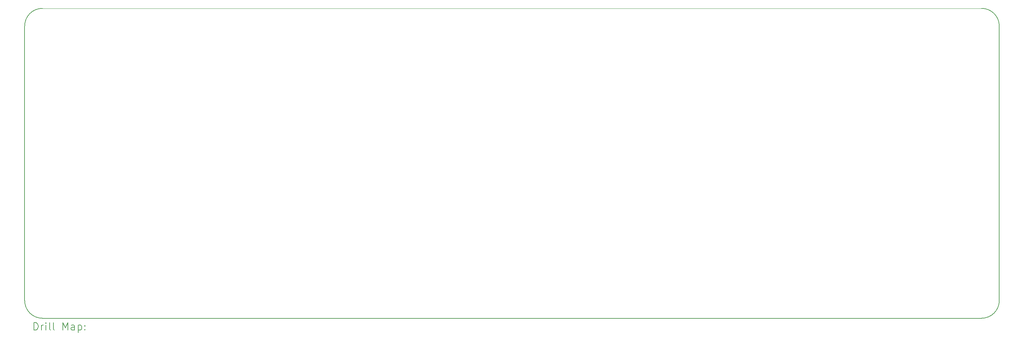
<source format=gbr>
%FSLAX45Y45*%
G04 Gerber Fmt 4.5, Leading zero omitted, Abs format (unit mm)*
G04 Created by KiCad (PCBNEW (6.0.0-0)) date 2022-04-10 20:25:58*
%MOMM*%
%LPD*%
G01*
G04 APERTURE LIST*
%TA.AperFunction,Profile*%
%ADD10C,0.100000*%
%TD*%
%TA.AperFunction,Profile*%
%ADD11C,0.150000*%
%TD*%
%ADD12C,0.200000*%
G04 APERTURE END LIST*
D10*
X2387500Y-5968750D02*
X27695000Y-5968750D01*
D11*
X27695000Y-14325000D02*
G75*
G03*
X28172500Y-13847500I0J477500D01*
G01*
X28172500Y-13847500D02*
X28172500Y-6446250D01*
X2387500Y-5968750D02*
G75*
G03*
X1910000Y-6446250I0J-477500D01*
G01*
X28172500Y-6446250D02*
G75*
G03*
X27695000Y-5968750I-477500J0D01*
G01*
X1910000Y-13847500D02*
X1910000Y-6446250D01*
X1910000Y-13847500D02*
G75*
G03*
X2387500Y-14325000I477500J0D01*
G01*
X2387500Y-14325000D02*
X27695000Y-14325000D01*
D12*
X2160119Y-14642976D02*
X2160119Y-14442976D01*
X2207738Y-14442976D01*
X2236310Y-14452500D01*
X2255357Y-14471548D01*
X2264881Y-14490595D01*
X2274405Y-14528690D01*
X2274405Y-14557262D01*
X2264881Y-14595357D01*
X2255357Y-14614405D01*
X2236310Y-14633452D01*
X2207738Y-14642976D01*
X2160119Y-14642976D01*
X2360119Y-14642976D02*
X2360119Y-14509643D01*
X2360119Y-14547738D02*
X2369643Y-14528690D01*
X2379167Y-14519167D01*
X2398214Y-14509643D01*
X2417262Y-14509643D01*
X2483929Y-14642976D02*
X2483929Y-14509643D01*
X2483929Y-14442976D02*
X2474405Y-14452500D01*
X2483929Y-14462024D01*
X2493452Y-14452500D01*
X2483929Y-14442976D01*
X2483929Y-14462024D01*
X2607738Y-14642976D02*
X2588690Y-14633452D01*
X2579167Y-14614405D01*
X2579167Y-14442976D01*
X2712500Y-14642976D02*
X2693452Y-14633452D01*
X2683929Y-14614405D01*
X2683929Y-14442976D01*
X2941071Y-14642976D02*
X2941071Y-14442976D01*
X3007738Y-14585833D01*
X3074405Y-14442976D01*
X3074405Y-14642976D01*
X3255357Y-14642976D02*
X3255357Y-14538214D01*
X3245833Y-14519167D01*
X3226786Y-14509643D01*
X3188690Y-14509643D01*
X3169643Y-14519167D01*
X3255357Y-14633452D02*
X3236309Y-14642976D01*
X3188690Y-14642976D01*
X3169643Y-14633452D01*
X3160119Y-14614405D01*
X3160119Y-14595357D01*
X3169643Y-14576309D01*
X3188690Y-14566786D01*
X3236309Y-14566786D01*
X3255357Y-14557262D01*
X3350595Y-14509643D02*
X3350595Y-14709643D01*
X3350595Y-14519167D02*
X3369643Y-14509643D01*
X3407738Y-14509643D01*
X3426786Y-14519167D01*
X3436309Y-14528690D01*
X3445833Y-14547738D01*
X3445833Y-14604881D01*
X3436309Y-14623928D01*
X3426786Y-14633452D01*
X3407738Y-14642976D01*
X3369643Y-14642976D01*
X3350595Y-14633452D01*
X3531548Y-14623928D02*
X3541071Y-14633452D01*
X3531548Y-14642976D01*
X3522024Y-14633452D01*
X3531548Y-14623928D01*
X3531548Y-14642976D01*
X3531548Y-14519167D02*
X3541071Y-14528690D01*
X3531548Y-14538214D01*
X3522024Y-14528690D01*
X3531548Y-14519167D01*
X3531548Y-14538214D01*
M02*

</source>
